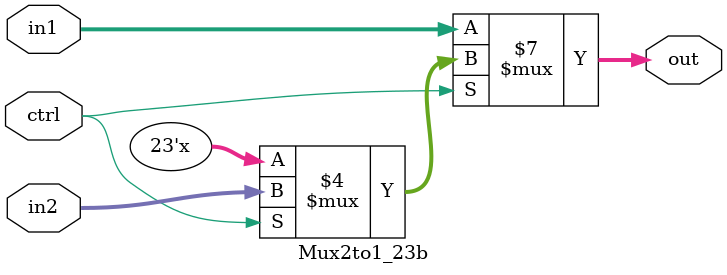
<source format=v>
module Mux2to1_23b(out, in1, in2, ctrl);
    output reg [22:0] out;
    input [22:0] in1, in2;
    input ctrl;

    always @(*)
        if (ctrl == 1'b0)
            out <= in1;
        else if (ctrl  == 1'b1)
            out <= in2;

endmodule
</source>
